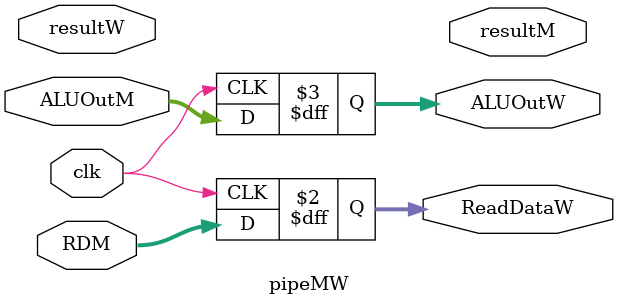
<source format=sv>
module pipeMW(input logic clk,input logic [31:0] RDM, ALUOutM,resultW, output logic [31:0] ReadDataW, ALUOutW,resultM);

	always_ff @(posedge clk)
	begin
	ReadDataW <= RDM;
	ALUOutW <= ALUOutM;
	end

endmodule

</source>
